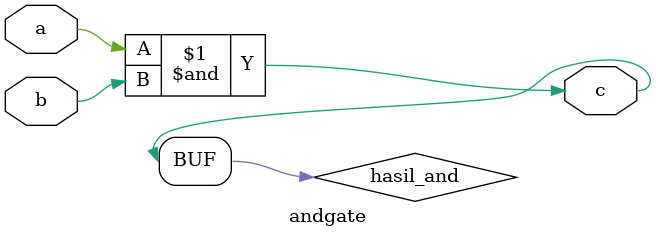
<source format=v>
/* Project name must be 'andgate' */

module andgate (a, b, c);
	
	input a;
	input b;
	output c;
	
	wire hasil_and;

	assign hasil_and = a & b;
	assign c = hasil_and;
	
endmodule 
</source>
